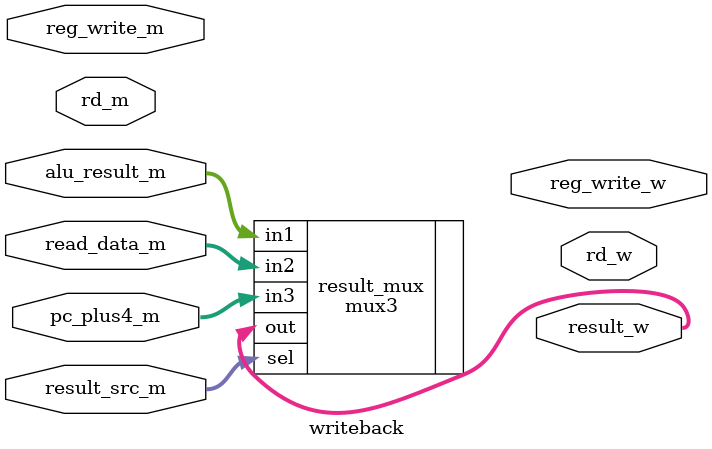
<source format=v>



module writeback #(
    parameter ADDRESS_WIDTH = 32,
    parameter DATA_WIDTH = 32
) (
    input reg_write_m,
    input [1:0] result_src_m,
    input [DATA_WIDTH-1:0] alu_result_m,
    input [DATA_WIDTH-1:0] read_data_m,
    input [4:0] rd_m,
    input [ADDRESS_WIDTH-1:0] pc_plus4_m,

    output [DATA_WIDTH-1:0] result_w,
    output reg_write_w,
    output [4:0] rd_w
);

    mux3 result_mux (
        .in1(alu_result_m),
        .in2(read_data_m),
        .in3(pc_plus4_m),
        .sel(result_src_m),
        .out(result_w)
    );

endmodule

</source>
